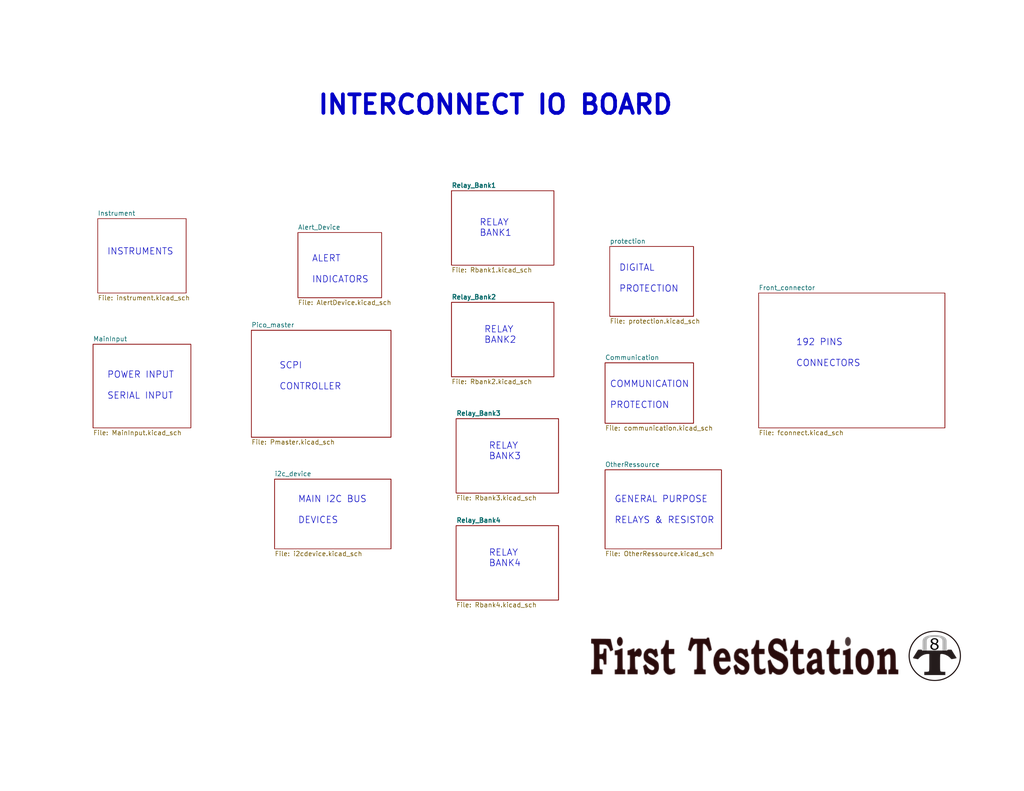
<source format=kicad_sch>
(kicad_sch (version 20211123) (generator eeschema)
  (paper "A")
  (title_block (title "InterconnectIO Board") (date "2022-06-01") (rev "0.1"))
  (lib_symbols)
  (image (at 255.27 179.07))
  (image (at 203.2 179.07) (scale 2.13772))
  (text "ALERT\n\nINDICATORS" (at 85.09 77.47 0) (effects (font (size 1.778 1.778)) (justify left bottom)))
  (text "COMMUNICATION\n\nPROTECTION" (at 166.37 111.76 0) (effects (font (size 1.778 1.778)) (justify left bottom)))
  (text "SCPI \n\nCONTROLLER" (at 76.2 106.68 0) (effects (font (size 1.778 1.778)) (justify left bottom)))
  (text "RELAY \nBANK3" (at 133.35 125.73 0) (effects (font (size 1.778 1.778)) (justify left bottom)))
  (text "INTERCONNECT IO BOARD" (at 86.36 31.75 0) (effects (font (size 5.08 5.08) (thickness 1.016) bold) (justify left bottom)))
  (text "INSTRUMENTS" (at 29.21 69.85 0) (effects (font (size 1.778 1.778)) (justify left bottom)))
  (text "DIGITAL\n\nPROTECTION" (at 168.91 80.01 0) (effects (font (size 1.778 1.778)) (justify left bottom)))
  (text "GENERAL PURPOSE\n\nRELAYS & RESISTOR\n\n" (at 167.64 146.05 0) (effects (font (size 1.778 1.778)) (justify left bottom)))
  (text "192 PINS\n\nCONNECTORS" (at 217.17 100.33 0) (effects (font (size 1.778 1.778)) (justify left bottom)))
  (text "MAIN I2C BUS\n\nDEVICES\n\n" (at 81.28 146.05 0) (effects (font (size 1.778 1.778)) (justify left bottom)))
  (text "RELAY \nBANK2" (at 132.08 93.98 0) (effects (font (size 1.778 1.778)) (justify left bottom)))
  (text "RELAY \nBANK1" (at 130.81 64.77 0) (effects (font (size 1.778 1.778)) (justify left bottom)))
  (text "POWER INPUT\n\nSERIAL INPUT" (at 29.21 109.22 0) (effects (font (size 1.778 1.778)) (justify left bottom)))
  (text "RELAY \nBANK4" (at 133.35 154.94 0) (effects (font (size 1.778 1.778)) (justify left bottom)))
  (sheet (at 74.93 130.81) (size 31.75 19.05) (stroke (width 0.1524))
    (property "Sheet name" "i2c_device" (at 74.93 130.0984 0) (effects (justify left bottom)))
    (property "Sheet file" "i2cdevice.kicad_sch" (at 74.93 150.4446 0) (effects (justify left top)))
  )
  (sheet (at 165.1 99.06) (size 24.13 16.51) (stroke (width 0.1524))
    (property "Sheet name" "Communication" (at 165.1 98.3484 0) (effects (justify left bottom)))
    (property "Sheet file" "communication.kicad_sch" (at 165.1 116.1546 0) (effects (justify left top)))
  )
  (sheet (at 124.46 143.51) (size 27.94 20.32) (stroke (width 0.1524))
    (property "Sheet name" "Relay_Bank4" (at 124.46 142.7984 0) (effects (font bold) (justify left bottom)))
    (property "Sheet file" "Rbank4.kicad_sch" (at 124.46 164.4146 0) (effects (justify left top)))
  )
  (sheet (at 26.67 59.69) (size 24.13 20.32) (stroke (width 0.1524))
    (property "Sheet name" "Instrument" (at 26.67 58.9784 0) (effects (justify left bottom)))
    (property "Sheet file" "instrument.kicad_sch" (at 26.67 80.5946 0) (effects (justify left top)))
  )
  (sheet (at 166.37 67.31) (size 22.86 19.05) (stroke (width 0.1524))
    (property "Sheet name" "protection" (at 166.37 66.5984 0) (effects (justify left bottom)))
    (property "Sheet file" "protection.kicad_sch" (at 166.37 86.9446 0) (effects (justify left top)))
  )
  (sheet (at 124.46 114.3) (size 27.94 20.32) (stroke (width 0.1524))
    (property "Sheet name" "Relay_Bank3" (at 124.46 113.5884 0) (effects (font bold) (justify left bottom)))
    (property "Sheet file" "Rbank3.kicad_sch" (at 124.46 135.2046 0) (effects (justify left top)))
  )
  (sheet (at 123.19 82.55) (size 27.94 20.32) (stroke (width 0.1524))
    (property "Sheet name" "Relay_Bank2" (at 123.19 81.8384 0) (effects (font bold) (justify left bottom)))
    (property "Sheet file" "Rbank2.kicad_sch" (at 123.19 103.4546 0) (effects (justify left top)))
  )
  (sheet (at 68.58 90.17) (size 38.1 29.21) (stroke (width 0.1524))
    (property "Sheet name" "Pico_master" (at 68.58 89.4584 0) (effects (justify left bottom)))
    (property "Sheet file" "Pmaster.kicad_sch" (at 68.58 119.9646 0) (effects (justify left top)))
  )
  (sheet (at 81.28 63.5) (size 22.86 17.78) (stroke (width 0.1524))
    (property "Sheet name" "Alert_Device" (at 81.28 62.7884 0) (effects (justify left bottom)))
    (property "Sheet file" "AlertDevice.kicad_sch" (at 81.28 81.8646 0) (effects (justify left top)))
  )
  (sheet (at 165.1 128.27) (size 31.75 21.59) (stroke (width 0.1524))
    (property "Sheet name" "OtherRessource" (at 165.1 127.5584 0) (effects (justify left bottom)))
    (property "Sheet file" "OtherRessource.kicad_sch" (at 165.1 150.4446 0) (effects (justify left top)))
  )
  (sheet (at 207.01 80.01) (size 50.8 36.83) (stroke (width 0.1524))
    (property "Sheet name" "Front_connector" (at 207.01 79.2984 0) (effects (justify left bottom)))
    (property "Sheet file" "fconnect.kicad_sch" (at 207.01 117.4246 0) (effects (justify left top)))
  )
  (sheet (at 123.19 52.07) (size 27.94 20.32) (stroke (width 0.1524))
    (property "Sheet name" "Relay_Bank1" (at 123.19 51.3584 0) (effects (font bold) (justify left bottom)))
    (property "Sheet file" "Rbank1.kicad_sch" (at 123.19 72.9746 0) (effects (justify left top)))
  )
  (sheet (at 25.4 93.98) (size 26.67 22.86) (stroke (width 0.1524))
    (property "Sheet name" "MainInput" (at 25.4 93.2684 0) (effects (justify left bottom)))
    (property "Sheet file" "MainInput.kicad_sch" (at 25.4 117.4246 0) (effects (justify left top)))
  )
)
</source>
